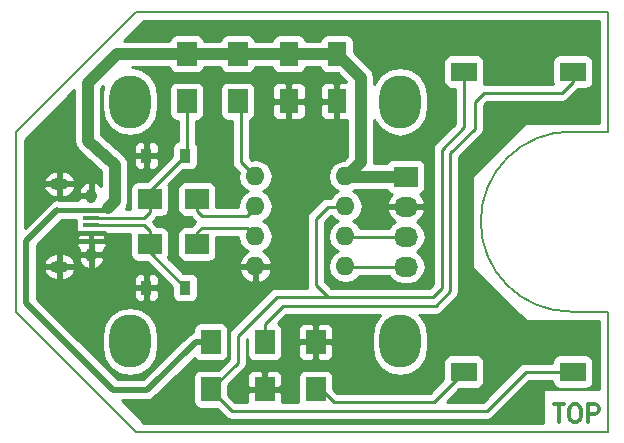
<source format=gbr>
G04 #@! TF.FileFunction,Copper,L1,Top,Signal*
%FSLAX46Y46*%
G04 Gerber Fmt 4.6, Leading zero omitted, Abs format (unit mm)*
G04 Created by KiCad (PCBNEW 4.0.2-stable) date 2016-11-20 00:38:07*
%MOMM*%
G01*
G04 APERTURE LIST*
%ADD10C,0.100000*%
%ADD11C,0.150000*%
%ADD12C,0.300000*%
%ADD13O,3.500000X4.500000*%
%ADD14R,1.350000X0.400000*%
%ADD15O,0.950000X1.250000*%
%ADD16O,1.550000X1.000000*%
%ADD17O,1.600000X1.600000*%
%ADD18R,1.600000X2.000000*%
%ADD19R,0.910000X1.220000*%
%ADD20R,1.700000X2.000000*%
%ADD21R,2.000000X1.700000*%
%ADD22R,2.180000X1.600000*%
%ADD23R,2.032000X1.727200*%
%ADD24O,2.032000X1.727200*%
%ADD25C,0.600000*%
%ADD26C,0.400000*%
%ADD27C,1.000000*%
%ADD28C,0.440000*%
%ADD29C,0.500000*%
%ADD30C,0.250000*%
%ADD31C,0.254000*%
G04 APERTURE END LIST*
D10*
D11*
X185420000Y-125730000D02*
X188595000Y-125730000D01*
X188595000Y-110490000D02*
X185420000Y-110490000D01*
X185420000Y-110490000D02*
G75*
G03X177800000Y-118110000I0J-7620000D01*
G01*
X138430000Y-125730000D02*
X138430000Y-124460000D01*
X148590000Y-135890000D02*
X138430000Y-125730000D01*
X149860000Y-135890000D02*
X148590000Y-135890000D01*
X149860000Y-135890000D02*
X188595000Y-135890000D01*
X148590000Y-100330000D02*
X188595000Y-100330000D01*
X138430000Y-110490000D02*
X148590000Y-100330000D01*
X177800000Y-118110000D02*
G75*
G03X185420000Y-125730000I7620000J0D01*
G01*
X138430000Y-124460000D02*
X138430000Y-113030000D01*
X188595000Y-125730000D02*
X188595000Y-135890000D01*
X188595000Y-100330000D02*
X188595000Y-110490000D01*
X138430000Y-113030000D02*
X138430000Y-110490000D01*
D12*
X183989114Y-133595371D02*
X184846257Y-133595371D01*
X184417686Y-135095371D02*
X184417686Y-133595371D01*
X185631971Y-133595371D02*
X185917685Y-133595371D01*
X186060543Y-133666800D01*
X186203400Y-133809657D01*
X186274828Y-134095371D01*
X186274828Y-134595371D01*
X186203400Y-134881086D01*
X186060543Y-135023943D01*
X185917685Y-135095371D01*
X185631971Y-135095371D01*
X185489114Y-135023943D01*
X185346257Y-134881086D01*
X185274828Y-134595371D01*
X185274828Y-134095371D01*
X185346257Y-133809657D01*
X185489114Y-133666800D01*
X185631971Y-133595371D01*
X186917686Y-135095371D02*
X186917686Y-133595371D01*
X187489114Y-133595371D01*
X187631972Y-133666800D01*
X187703400Y-133738229D01*
X187774829Y-133881086D01*
X187774829Y-134095371D01*
X187703400Y-134238229D01*
X187631972Y-134309657D01*
X187489114Y-134381086D01*
X186917686Y-134381086D01*
D13*
X148082000Y-128244600D03*
X148082000Y-107950000D03*
X170942000Y-128244600D03*
X170942000Y-107975400D03*
D14*
X144818540Y-117126600D03*
X144818540Y-117776600D03*
X144818540Y-118426600D03*
X144818540Y-119076600D03*
X144818540Y-119726600D03*
D15*
X144818540Y-115926600D03*
X144818540Y-120926600D03*
D16*
X142118540Y-114926600D03*
X142118540Y-121926600D03*
D17*
X158724600Y-114274600D03*
X158724600Y-116814600D03*
X158724600Y-119354600D03*
X158724600Y-121894600D03*
X166344600Y-121894600D03*
X166344600Y-119354600D03*
X166344600Y-116814600D03*
X166344600Y-114274600D03*
D18*
X161544000Y-103918000D03*
X161544000Y-107918000D03*
X165608000Y-103918000D03*
X165608000Y-107918000D03*
D19*
X152765000Y-112522000D03*
X149495000Y-112522000D03*
X152765000Y-123698000D03*
X149495000Y-123698000D03*
D20*
X152908000Y-103918000D03*
X152908000Y-107918000D03*
D21*
X153765000Y-116205000D03*
X149765000Y-116205000D03*
X153765000Y-120015000D03*
X149765000Y-120015000D03*
D20*
X157226000Y-103918000D03*
X157226000Y-107918000D03*
X154940000Y-128302000D03*
X154940000Y-132302000D03*
X159512000Y-128302000D03*
X159512000Y-132302000D03*
X163830000Y-132302000D03*
X163830000Y-128302000D03*
D22*
X185577430Y-105412320D03*
X176372570Y-105407680D03*
X176372570Y-130807680D03*
X185577430Y-130812320D03*
D23*
X171450000Y-114300000D03*
D24*
X171450000Y-116840000D03*
X171450000Y-119380000D03*
X171450000Y-121920000D03*
D25*
X161798000Y-130302000D03*
X150622000Y-110490000D03*
D26*
X144818540Y-117126600D02*
X144061600Y-117126600D01*
X144818540Y-117126600D02*
X146068200Y-117126600D01*
X146068200Y-117126600D02*
X146253200Y-116941600D01*
D27*
X146812000Y-116382800D02*
X146253200Y-116941600D01*
X146812000Y-115608140D02*
X146812000Y-116382800D01*
D28*
X141953400Y-117126600D02*
X144061600Y-117126600D01*
D29*
X149529800Y-132359400D02*
X153670000Y-128320800D01*
X153670000Y-128320800D02*
X154940000Y-128302000D01*
X146685000Y-132359400D02*
X149529800Y-132359400D01*
D27*
X171450000Y-114300000D02*
X166370000Y-114300000D01*
D29*
X141953400Y-117126600D02*
X139319000Y-119761000D01*
X139319000Y-119761000D02*
X139319000Y-124993400D01*
X139319000Y-124993400D02*
X146685000Y-132359400D01*
X154940000Y-128452000D02*
X154940000Y-128302000D01*
D27*
X146964400Y-103886000D02*
X146996400Y-103918000D01*
X146996400Y-103918000D02*
X152908000Y-103918000D01*
X144526000Y-106349800D02*
X146964400Y-103886000D01*
X144526000Y-111252000D02*
X144526000Y-106349800D01*
X161544000Y-103918000D02*
X165608000Y-103918000D01*
X157226000Y-103918000D02*
X161544000Y-103918000D01*
X152908000Y-103918000D02*
X157226000Y-103918000D01*
X146812000Y-115608140D02*
X146812000Y-113284000D01*
X146812000Y-113284000D02*
X144526000Y-111252000D01*
X152908000Y-104068000D02*
X152908000Y-103918000D01*
D30*
X154940000Y-128302000D02*
X154400000Y-128302000D01*
D27*
X167640000Y-105918000D02*
X167640000Y-113030000D01*
X167640000Y-113030000D02*
X166370000Y-114300000D01*
X165640000Y-103918000D02*
X167640000Y-105918000D01*
X165608000Y-103918000D02*
X165640000Y-103918000D01*
X161544000Y-104140000D02*
X161576000Y-104140000D01*
D26*
X144818540Y-119076600D02*
X144818540Y-119726600D01*
X146050000Y-119233060D02*
X146050000Y-119570140D01*
X146050000Y-119570140D02*
X145893540Y-119726600D01*
X145893540Y-119726600D02*
X144818540Y-119726600D01*
X144818540Y-119076600D02*
X145893540Y-119076600D01*
X145893540Y-119076600D02*
X146050000Y-119233060D01*
X143510000Y-119634000D02*
X143602600Y-119726600D01*
X143602600Y-119726600D02*
X144818540Y-119726600D01*
X143510000Y-119310140D02*
X143510000Y-119634000D01*
X144818540Y-119076600D02*
X143743540Y-119076600D01*
X143743540Y-119076600D02*
X143510000Y-119310140D01*
D30*
X161544000Y-131370000D02*
X161544000Y-130556000D01*
X161544000Y-130556000D02*
X161798000Y-130302000D01*
X159512000Y-132302000D02*
X160612000Y-132302000D01*
X160612000Y-132302000D02*
X161544000Y-131370000D01*
X149495000Y-112522000D02*
X149495000Y-111617000D01*
X149495000Y-111617000D02*
X150622000Y-110490000D01*
X149765000Y-117305000D02*
X149765000Y-116205000D01*
X149293400Y-117776600D02*
X149765000Y-117305000D01*
X144818540Y-117776600D02*
X149293400Y-117776600D01*
X149765000Y-116205000D02*
X149765000Y-115522000D01*
X149765000Y-115522000D02*
X152765000Y-112522000D01*
X152765000Y-112522000D02*
X152908000Y-112379000D01*
X152908000Y-112379000D02*
X152908000Y-107918000D01*
X149765000Y-116205000D02*
X149765000Y-116030000D01*
X153400000Y-108410000D02*
X152908000Y-107918000D01*
X150130000Y-115840000D02*
X149765000Y-116205000D01*
X150130000Y-115840000D02*
X149765000Y-116205000D01*
X149271991Y-118421991D02*
X149765000Y-118915000D01*
X145748149Y-118421991D02*
X149271991Y-118421991D01*
X145743540Y-118426600D02*
X145748149Y-118421991D01*
X149765000Y-118915000D02*
X149765000Y-120015000D01*
X144818540Y-118426600D02*
X145743540Y-118426600D01*
X149765000Y-120015000D02*
X149765000Y-120698000D01*
X149765000Y-120698000D02*
X152765000Y-123698000D01*
X149765000Y-120015000D02*
X149765000Y-120190000D01*
X150130000Y-120380000D02*
X149765000Y-120015000D01*
X157480000Y-107410000D02*
X157480000Y-113030000D01*
X157480000Y-113030000D02*
X158750000Y-114300000D01*
X153765000Y-116205000D02*
X153765000Y-117189000D01*
X157988000Y-117602000D02*
X158750000Y-116840000D01*
X154178000Y-117602000D02*
X157988000Y-117602000D01*
X153765000Y-117189000D02*
X154178000Y-117602000D01*
X153765000Y-120015000D02*
X153765000Y-119031000D01*
X157988000Y-118618000D02*
X158750000Y-119380000D01*
X154178000Y-118618000D02*
X157988000Y-118618000D01*
X153765000Y-119031000D02*
X154178000Y-118618000D01*
X166370000Y-121920000D02*
X171450000Y-121920000D01*
X166370000Y-119380000D02*
X171450000Y-119380000D01*
X154940000Y-132302000D02*
X154972000Y-132302000D01*
X154972000Y-132302000D02*
X157226000Y-130048000D01*
X160528000Y-124460000D02*
X164846000Y-124460000D01*
X157226000Y-127762000D02*
X160528000Y-124460000D01*
X157226000Y-130048000D02*
X157226000Y-127762000D01*
X154940000Y-132302000D02*
X154940000Y-132334000D01*
X154940000Y-132334000D02*
X156718000Y-134112000D01*
X156718000Y-134112000D02*
X178308000Y-134112000D01*
X178308000Y-134112000D02*
X181607680Y-130812320D01*
X181607680Y-130812320D02*
X185577430Y-130812320D01*
X155162000Y-132810000D02*
X154940000Y-132810000D01*
X155067000Y-132810000D02*
X155067000Y-132715000D01*
X166370000Y-116840000D02*
X164846000Y-116840000D01*
X176372570Y-110139430D02*
X176372570Y-105407680D01*
X174498000Y-112014000D02*
X176372570Y-110139430D01*
X174498000Y-123698000D02*
X174498000Y-112014000D01*
X173736000Y-124460000D02*
X174498000Y-123698000D01*
X164846000Y-124460000D02*
X173736000Y-124460000D01*
X163830000Y-123444000D02*
X164846000Y-124460000D01*
X163830000Y-117856000D02*
X163830000Y-123444000D01*
X164846000Y-116840000D02*
X163830000Y-117856000D01*
X159512000Y-128810000D02*
X159512000Y-126746000D01*
X185577430Y-106268570D02*
X185577430Y-105412320D01*
X184658000Y-107188000D02*
X185577430Y-106268570D01*
X178054000Y-107188000D02*
X184658000Y-107188000D01*
X177292000Y-107950000D02*
X178054000Y-107188000D01*
X177292000Y-110236000D02*
X177292000Y-107950000D01*
X175209200Y-112318800D02*
X177292000Y-110236000D01*
X175209200Y-124002800D02*
X175209200Y-112318800D01*
X173990000Y-125222000D02*
X175209200Y-124002800D01*
X161036000Y-125222000D02*
X173990000Y-125222000D01*
X159512000Y-126746000D02*
X161036000Y-125222000D01*
X185577430Y-106014570D02*
X185577430Y-105412320D01*
X163830000Y-132302000D02*
X164306000Y-132302000D01*
X164306000Y-132302000D02*
X165354000Y-133350000D01*
X165354000Y-133350000D02*
X173830250Y-133350000D01*
X173830250Y-133350000D02*
X176372570Y-130807680D01*
X176372570Y-130807680D02*
X175897320Y-130807680D01*
D31*
G36*
X187833000Y-109728000D02*
X181610000Y-109728000D01*
X181560590Y-109738006D01*
X181520197Y-109765197D01*
X177075197Y-114210197D01*
X177047334Y-114252211D01*
X177038000Y-114300000D01*
X177038000Y-121920000D01*
X177048006Y-121969410D01*
X177075197Y-122009803D01*
X181520197Y-126454803D01*
X181562211Y-126482666D01*
X181610000Y-126492000D01*
X187833000Y-126492000D01*
X187833000Y-132281800D01*
X183061257Y-132281800D01*
X183061257Y-135128000D01*
X149277606Y-135128000D01*
X147394006Y-133244400D01*
X149529800Y-133244400D01*
X149693836Y-133211771D01*
X149858292Y-133181177D01*
X149862985Y-133178125D01*
X149868475Y-133177033D01*
X150007590Y-133084080D01*
X150147768Y-132992914D01*
X153565299Y-129659249D01*
X153625910Y-129753441D01*
X153838110Y-129898431D01*
X154090000Y-129949440D01*
X155790000Y-129949440D01*
X156025317Y-129905162D01*
X156241441Y-129766090D01*
X156386431Y-129553890D01*
X156437440Y-129302000D01*
X156437440Y-127302000D01*
X156393162Y-127066683D01*
X156254090Y-126850559D01*
X156041890Y-126705569D01*
X155790000Y-126654560D01*
X154090000Y-126654560D01*
X153854683Y-126698838D01*
X153638559Y-126837910D01*
X153493569Y-127050110D01*
X153442560Y-127302000D01*
X153442560Y-127480224D01*
X153341508Y-127499023D01*
X153331239Y-127505701D01*
X153319260Y-127508269D01*
X153186840Y-127599613D01*
X153052032Y-127687286D01*
X149169645Y-131474400D01*
X147051579Y-131474400D01*
X143265260Y-127688080D01*
X145697000Y-127688080D01*
X145697000Y-128801120D01*
X145878547Y-129713820D01*
X146395550Y-130487570D01*
X147169300Y-131004573D01*
X148082000Y-131186120D01*
X148994700Y-131004573D01*
X149768450Y-130487570D01*
X150285453Y-129713820D01*
X150467000Y-128801120D01*
X150467000Y-127688080D01*
X150285453Y-126775380D01*
X149768450Y-126001630D01*
X148994700Y-125484627D01*
X148082000Y-125303080D01*
X147169300Y-125484627D01*
X146395550Y-126001630D01*
X145878547Y-126775380D01*
X145697000Y-127688080D01*
X143265260Y-127688080D01*
X140204000Y-124626820D01*
X140204000Y-123983750D01*
X148405000Y-123983750D01*
X148405000Y-124434310D01*
X148501673Y-124667699D01*
X148680302Y-124846327D01*
X148913691Y-124943000D01*
X149209250Y-124943000D01*
X149368000Y-124784250D01*
X149368000Y-123825000D01*
X149622000Y-123825000D01*
X149622000Y-124784250D01*
X149780750Y-124943000D01*
X150076309Y-124943000D01*
X150309698Y-124846327D01*
X150488327Y-124667699D01*
X150585000Y-124434310D01*
X150585000Y-123983750D01*
X150426250Y-123825000D01*
X149622000Y-123825000D01*
X149368000Y-123825000D01*
X148563750Y-123825000D01*
X148405000Y-123983750D01*
X140204000Y-123983750D01*
X140204000Y-122228474D01*
X140749421Y-122228474D01*
X140951172Y-122639363D01*
X141291862Y-122926602D01*
X141716540Y-123061600D01*
X141991540Y-123061600D01*
X141991540Y-122053600D01*
X142245540Y-122053600D01*
X142245540Y-123061600D01*
X142520540Y-123061600D01*
X142834837Y-122961690D01*
X148405000Y-122961690D01*
X148405000Y-123412250D01*
X148563750Y-123571000D01*
X149368000Y-123571000D01*
X149368000Y-122611750D01*
X149622000Y-122611750D01*
X149622000Y-123571000D01*
X150426250Y-123571000D01*
X150585000Y-123412250D01*
X150585000Y-122961690D01*
X150488327Y-122728301D01*
X150309698Y-122549673D01*
X150076309Y-122453000D01*
X149780750Y-122453000D01*
X149622000Y-122611750D01*
X149368000Y-122611750D01*
X149209250Y-122453000D01*
X148913691Y-122453000D01*
X148680302Y-122549673D01*
X148501673Y-122728301D01*
X148405000Y-122961690D01*
X142834837Y-122961690D01*
X142945218Y-122926602D01*
X143285908Y-122639363D01*
X143487659Y-122228474D01*
X143361494Y-122053600D01*
X142245540Y-122053600D01*
X141991540Y-122053600D01*
X140875586Y-122053600D01*
X140749421Y-122228474D01*
X140204000Y-122228474D01*
X140204000Y-121624726D01*
X140749421Y-121624726D01*
X140875586Y-121799600D01*
X141991540Y-121799600D01*
X141991540Y-120791600D01*
X142245540Y-120791600D01*
X142245540Y-121799600D01*
X143361494Y-121799600D01*
X143487659Y-121624726D01*
X143292731Y-121227731D01*
X143717311Y-121227731D01*
X143858972Y-121637649D01*
X144146719Y-121962152D01*
X144520602Y-122145868D01*
X144691540Y-122019334D01*
X144691540Y-121053600D01*
X144945540Y-121053600D01*
X144945540Y-122019334D01*
X145116478Y-122145868D01*
X145490361Y-121962152D01*
X145778108Y-121637649D01*
X145919769Y-121227731D01*
X145771103Y-121053600D01*
X144945540Y-121053600D01*
X144691540Y-121053600D01*
X143865977Y-121053600D01*
X143717311Y-121227731D01*
X143292731Y-121227731D01*
X143285908Y-121213837D01*
X142945218Y-120926598D01*
X142520540Y-120791600D01*
X142245540Y-120791600D01*
X141991540Y-120791600D01*
X141716540Y-120791600D01*
X141291862Y-120926598D01*
X140951172Y-121213837D01*
X140749421Y-121624726D01*
X140204000Y-121624726D01*
X140204000Y-120127580D01*
X142349979Y-117981600D01*
X143497041Y-117981600D01*
X143520484Y-118106189D01*
X143496100Y-118226600D01*
X143496100Y-118626600D01*
X143515990Y-118732305D01*
X143508540Y-118750290D01*
X143508540Y-118817850D01*
X143537544Y-118846854D01*
X143540378Y-118861917D01*
X143679450Y-119078041D01*
X143688138Y-119083977D01*
X143605213Y-119166901D01*
X143554460Y-119289430D01*
X143508540Y-119335350D01*
X143508540Y-119467850D01*
X143554460Y-119513770D01*
X143605213Y-119636299D01*
X143783842Y-119814927D01*
X143812023Y-119826600D01*
X143667290Y-119826600D01*
X143508540Y-119985350D01*
X143508540Y-120052910D01*
X143605213Y-120286299D01*
X143775630Y-120456715D01*
X143717311Y-120625469D01*
X143865977Y-120799600D01*
X144691540Y-120799600D01*
X144691540Y-119826600D01*
X144681724Y-119826600D01*
X144644985Y-119799405D01*
X144691540Y-119752850D01*
X144691540Y-119579600D01*
X144945540Y-119579600D01*
X144945540Y-119752850D01*
X144992095Y-119799405D01*
X144955356Y-119826600D01*
X144945540Y-119826600D01*
X144945540Y-120799600D01*
X145771103Y-120799600D01*
X145919769Y-120625469D01*
X145861450Y-120456715D01*
X146031867Y-120286299D01*
X146128540Y-120052910D01*
X146128540Y-119985350D01*
X145969790Y-119826600D01*
X145825057Y-119826600D01*
X145853238Y-119814927D01*
X146031867Y-119636299D01*
X146082620Y-119513770D01*
X146128540Y-119467850D01*
X146128540Y-119335350D01*
X146082620Y-119289430D01*
X146047069Y-119203602D01*
X146128540Y-119203602D01*
X146128540Y-119181991D01*
X148117560Y-119181991D01*
X148117560Y-120865000D01*
X148161838Y-121100317D01*
X148300910Y-121316441D01*
X148513110Y-121461431D01*
X148765000Y-121512440D01*
X149504638Y-121512440D01*
X151662560Y-123670362D01*
X151662560Y-124308000D01*
X151706838Y-124543317D01*
X151845910Y-124759441D01*
X152058110Y-124904431D01*
X152310000Y-124955440D01*
X153220000Y-124955440D01*
X153455317Y-124911162D01*
X153671441Y-124772090D01*
X153816431Y-124559890D01*
X153867440Y-124308000D01*
X153867440Y-123088000D01*
X153823162Y-122852683D01*
X153684090Y-122636559D01*
X153471890Y-122491569D01*
X153220000Y-122440560D01*
X152582362Y-122440560D01*
X152385441Y-122243639D01*
X157332696Y-122243639D01*
X157493559Y-122632023D01*
X157869466Y-123046989D01*
X158375559Y-123286514D01*
X158597600Y-123165229D01*
X158597600Y-122021600D01*
X158851600Y-122021600D01*
X158851600Y-123165229D01*
X159073641Y-123286514D01*
X159579734Y-123046989D01*
X159955641Y-122632023D01*
X160116504Y-122243639D01*
X159994515Y-122021600D01*
X158851600Y-122021600D01*
X158597600Y-122021600D01*
X157454685Y-122021600D01*
X157332696Y-122243639D01*
X152385441Y-122243639D01*
X151319727Y-121177925D01*
X151361431Y-121116890D01*
X151412440Y-120865000D01*
X151412440Y-119165000D01*
X151368162Y-118929683D01*
X151229090Y-118713559D01*
X151016890Y-118568569D01*
X150765000Y-118517560D01*
X150395920Y-118517560D01*
X150302401Y-118377599D01*
X150034802Y-118110000D01*
X150302401Y-117842401D01*
X150395920Y-117702440D01*
X150765000Y-117702440D01*
X151000317Y-117658162D01*
X151216441Y-117519090D01*
X151361431Y-117306890D01*
X151412440Y-117055000D01*
X151412440Y-115355000D01*
X152117560Y-115355000D01*
X152117560Y-117055000D01*
X152161838Y-117290317D01*
X152300910Y-117506441D01*
X152513110Y-117651431D01*
X152765000Y-117702440D01*
X153211589Y-117702440D01*
X153227599Y-117726401D01*
X153611198Y-118110000D01*
X153227599Y-118493599D01*
X153211589Y-118517560D01*
X152765000Y-118517560D01*
X152529683Y-118561838D01*
X152313559Y-118700910D01*
X152168569Y-118913110D01*
X152117560Y-119165000D01*
X152117560Y-120865000D01*
X152161838Y-121100317D01*
X152300910Y-121316441D01*
X152513110Y-121461431D01*
X152765000Y-121512440D01*
X154765000Y-121512440D01*
X155000317Y-121468162D01*
X155216441Y-121329090D01*
X155361431Y-121116890D01*
X155412440Y-120865000D01*
X155412440Y-119378000D01*
X157266142Y-119378000D01*
X157370720Y-119903751D01*
X157681789Y-120369298D01*
X158086303Y-120639586D01*
X157869466Y-120742211D01*
X157493559Y-121157177D01*
X157332696Y-121545561D01*
X157454685Y-121767600D01*
X158597600Y-121767600D01*
X158597600Y-121747600D01*
X158851600Y-121747600D01*
X158851600Y-121767600D01*
X159994515Y-121767600D01*
X160116504Y-121545561D01*
X159955641Y-121157177D01*
X159579734Y-120742211D01*
X159362897Y-120639586D01*
X159767411Y-120369298D01*
X160078480Y-119903751D01*
X160187713Y-119354600D01*
X160078480Y-118805449D01*
X159767411Y-118339902D01*
X159385325Y-118084600D01*
X159767411Y-117829298D01*
X160078480Y-117363751D01*
X160187713Y-116814600D01*
X160078480Y-116265449D01*
X159767411Y-115799902D01*
X159385325Y-115544600D01*
X159767411Y-115289298D01*
X160078480Y-114823751D01*
X160187713Y-114274600D01*
X160078480Y-113725449D01*
X159767411Y-113259902D01*
X159301864Y-112948833D01*
X158752713Y-112839600D01*
X158696487Y-112839600D01*
X158419498Y-112894696D01*
X158240000Y-112715198D01*
X158240000Y-109534581D01*
X158311317Y-109521162D01*
X158527441Y-109382090D01*
X158672431Y-109169890D01*
X158723440Y-108918000D01*
X158723440Y-108203750D01*
X160109000Y-108203750D01*
X160109000Y-109044309D01*
X160205673Y-109277698D01*
X160384301Y-109456327D01*
X160617690Y-109553000D01*
X161258250Y-109553000D01*
X161417000Y-109394250D01*
X161417000Y-108045000D01*
X161671000Y-108045000D01*
X161671000Y-109394250D01*
X161829750Y-109553000D01*
X162470310Y-109553000D01*
X162703699Y-109456327D01*
X162882327Y-109277698D01*
X162979000Y-109044309D01*
X162979000Y-108203750D01*
X164173000Y-108203750D01*
X164173000Y-109044309D01*
X164269673Y-109277698D01*
X164448301Y-109456327D01*
X164681690Y-109553000D01*
X165322250Y-109553000D01*
X165481000Y-109394250D01*
X165481000Y-108045000D01*
X164331750Y-108045000D01*
X164173000Y-108203750D01*
X162979000Y-108203750D01*
X162820250Y-108045000D01*
X161671000Y-108045000D01*
X161417000Y-108045000D01*
X160267750Y-108045000D01*
X160109000Y-108203750D01*
X158723440Y-108203750D01*
X158723440Y-106918000D01*
X158699674Y-106791691D01*
X160109000Y-106791691D01*
X160109000Y-107632250D01*
X160267750Y-107791000D01*
X161417000Y-107791000D01*
X161417000Y-106441750D01*
X161671000Y-106441750D01*
X161671000Y-107791000D01*
X162820250Y-107791000D01*
X162979000Y-107632250D01*
X162979000Y-106791691D01*
X164173000Y-106791691D01*
X164173000Y-107632250D01*
X164331750Y-107791000D01*
X165481000Y-107791000D01*
X165481000Y-106441750D01*
X165322250Y-106283000D01*
X164681690Y-106283000D01*
X164448301Y-106379673D01*
X164269673Y-106558302D01*
X164173000Y-106791691D01*
X162979000Y-106791691D01*
X162882327Y-106558302D01*
X162703699Y-106379673D01*
X162470310Y-106283000D01*
X161829750Y-106283000D01*
X161671000Y-106441750D01*
X161417000Y-106441750D01*
X161258250Y-106283000D01*
X160617690Y-106283000D01*
X160384301Y-106379673D01*
X160205673Y-106558302D01*
X160109000Y-106791691D01*
X158699674Y-106791691D01*
X158679162Y-106682683D01*
X158540090Y-106466559D01*
X158327890Y-106321569D01*
X158076000Y-106270560D01*
X156376000Y-106270560D01*
X156140683Y-106314838D01*
X155924559Y-106453910D01*
X155779569Y-106666110D01*
X155728560Y-106918000D01*
X155728560Y-108918000D01*
X155772838Y-109153317D01*
X155911910Y-109369441D01*
X156124110Y-109514431D01*
X156376000Y-109565440D01*
X156720000Y-109565440D01*
X156720000Y-113030000D01*
X156777852Y-113320839D01*
X156942599Y-113567401D01*
X157325912Y-113950714D01*
X157261487Y-114274600D01*
X157370720Y-114823751D01*
X157681789Y-115289298D01*
X158063875Y-115544600D01*
X157681789Y-115799902D01*
X157370720Y-116265449D01*
X157261487Y-116814600D01*
X157266937Y-116842000D01*
X155412440Y-116842000D01*
X155412440Y-115355000D01*
X155368162Y-115119683D01*
X155229090Y-114903559D01*
X155016890Y-114758569D01*
X154765000Y-114707560D01*
X152765000Y-114707560D01*
X152529683Y-114751838D01*
X152313559Y-114890910D01*
X152168569Y-115103110D01*
X152117560Y-115355000D01*
X151412440Y-115355000D01*
X151368162Y-115119683D01*
X151318812Y-115042990D01*
X152582362Y-113779440D01*
X153220000Y-113779440D01*
X153455317Y-113735162D01*
X153671441Y-113596090D01*
X153816431Y-113383890D01*
X153867440Y-113132000D01*
X153867440Y-111912000D01*
X153823162Y-111676683D01*
X153684090Y-111460559D01*
X153668000Y-111449565D01*
X153668000Y-109565440D01*
X153758000Y-109565440D01*
X153993317Y-109521162D01*
X154209441Y-109382090D01*
X154354431Y-109169890D01*
X154405440Y-108918000D01*
X154405440Y-106918000D01*
X154361162Y-106682683D01*
X154222090Y-106466559D01*
X154009890Y-106321569D01*
X153758000Y-106270560D01*
X152058000Y-106270560D01*
X151822683Y-106314838D01*
X151606559Y-106453910D01*
X151461569Y-106666110D01*
X151410560Y-106918000D01*
X151410560Y-108918000D01*
X151454838Y-109153317D01*
X151593910Y-109369441D01*
X151806110Y-109514431D01*
X152058000Y-109565440D01*
X152148000Y-109565440D01*
X152148000Y-111295042D01*
X152074683Y-111308838D01*
X151858559Y-111447910D01*
X151713569Y-111660110D01*
X151662560Y-111912000D01*
X151662560Y-112549638D01*
X149504638Y-114707560D01*
X148765000Y-114707560D01*
X148529683Y-114751838D01*
X148313559Y-114890910D01*
X148168569Y-115103110D01*
X148117560Y-115355000D01*
X148117560Y-117016600D01*
X147727333Y-117016600D01*
X147860604Y-116817145D01*
X147947000Y-116382800D01*
X147947000Y-113284000D01*
X147940404Y-113250839D01*
X147945041Y-113217351D01*
X147897420Y-113034747D01*
X147860603Y-112849654D01*
X147841820Y-112821543D01*
X147838223Y-112807750D01*
X148405000Y-112807750D01*
X148405000Y-113258310D01*
X148501673Y-113491699D01*
X148680302Y-113670327D01*
X148913691Y-113767000D01*
X149209250Y-113767000D01*
X149368000Y-113608250D01*
X149368000Y-112649000D01*
X149622000Y-112649000D01*
X149622000Y-113608250D01*
X149780750Y-113767000D01*
X150076309Y-113767000D01*
X150309698Y-113670327D01*
X150488327Y-113491699D01*
X150585000Y-113258310D01*
X150585000Y-112807750D01*
X150426250Y-112649000D01*
X149622000Y-112649000D01*
X149368000Y-112649000D01*
X148563750Y-112649000D01*
X148405000Y-112807750D01*
X147838223Y-112807750D01*
X147833288Y-112788828D01*
X147719409Y-112638342D01*
X147614566Y-112481434D01*
X147586456Y-112462651D01*
X147566053Y-112435690D01*
X146834803Y-111785690D01*
X148405000Y-111785690D01*
X148405000Y-112236250D01*
X148563750Y-112395000D01*
X149368000Y-112395000D01*
X149368000Y-111435750D01*
X149622000Y-111435750D01*
X149622000Y-112395000D01*
X150426250Y-112395000D01*
X150585000Y-112236250D01*
X150585000Y-111785690D01*
X150488327Y-111552301D01*
X150309698Y-111373673D01*
X150076309Y-111277000D01*
X149780750Y-111277000D01*
X149622000Y-111435750D01*
X149368000Y-111435750D01*
X149209250Y-111277000D01*
X148913691Y-111277000D01*
X148680302Y-111373673D01*
X148501673Y-111552301D01*
X148405000Y-111785690D01*
X146834803Y-111785690D01*
X145661000Y-110742310D01*
X145661000Y-106816491D01*
X145849695Y-106625831D01*
X145697000Y-107393480D01*
X145697000Y-108506520D01*
X145878547Y-109419220D01*
X146395550Y-110192970D01*
X147169300Y-110709973D01*
X148082000Y-110891520D01*
X148994700Y-110709973D01*
X149768450Y-110192970D01*
X150285453Y-109419220D01*
X150467000Y-108506520D01*
X150467000Y-107393480D01*
X150285453Y-106480780D01*
X149768450Y-105707030D01*
X148994700Y-105190027D01*
X148305818Y-105053000D01*
X151435962Y-105053000D01*
X151454838Y-105153317D01*
X151593910Y-105369441D01*
X151806110Y-105514431D01*
X152058000Y-105565440D01*
X153758000Y-105565440D01*
X153993317Y-105521162D01*
X154209441Y-105382090D01*
X154354431Y-105169890D01*
X154378102Y-105053000D01*
X155753962Y-105053000D01*
X155772838Y-105153317D01*
X155911910Y-105369441D01*
X156124110Y-105514431D01*
X156376000Y-105565440D01*
X158076000Y-105565440D01*
X158311317Y-105521162D01*
X158527441Y-105382090D01*
X158672431Y-105169890D01*
X158696102Y-105053000D01*
X160121962Y-105053000D01*
X160140838Y-105153317D01*
X160279910Y-105369441D01*
X160492110Y-105514431D01*
X160744000Y-105565440D01*
X162344000Y-105565440D01*
X162579317Y-105521162D01*
X162795441Y-105382090D01*
X162940431Y-105169890D01*
X162964102Y-105053000D01*
X164185962Y-105053000D01*
X164204838Y-105153317D01*
X164343910Y-105369441D01*
X164556110Y-105514431D01*
X164808000Y-105565440D01*
X165682308Y-105565440D01*
X166399868Y-106283000D01*
X165893750Y-106283000D01*
X165735000Y-106441750D01*
X165735000Y-107791000D01*
X165755000Y-107791000D01*
X165755000Y-108045000D01*
X165735000Y-108045000D01*
X165735000Y-109394250D01*
X165893750Y-109553000D01*
X166505000Y-109553000D01*
X166505000Y-112559868D01*
X166202618Y-112862250D01*
X165767336Y-112948833D01*
X165301789Y-113259902D01*
X164990720Y-113725449D01*
X164881487Y-114274600D01*
X164990720Y-114823751D01*
X165301789Y-115289298D01*
X165683875Y-115544600D01*
X165301789Y-115799902D01*
X165114633Y-116080000D01*
X164846000Y-116080000D01*
X164555161Y-116137852D01*
X164308599Y-116302599D01*
X163292599Y-117318599D01*
X163127852Y-117565161D01*
X163070000Y-117856000D01*
X163070000Y-123444000D01*
X163120922Y-123700000D01*
X160528000Y-123700000D01*
X160237160Y-123757852D01*
X159990599Y-123922599D01*
X156688599Y-127224599D01*
X156523852Y-127471161D01*
X156466000Y-127762000D01*
X156466000Y-129733198D01*
X155544638Y-130654560D01*
X154090000Y-130654560D01*
X153854683Y-130698838D01*
X153638559Y-130837910D01*
X153493569Y-131050110D01*
X153442560Y-131302000D01*
X153442560Y-133302000D01*
X153486838Y-133537317D01*
X153625910Y-133753441D01*
X153838110Y-133898431D01*
X154090000Y-133949440D01*
X155480638Y-133949440D01*
X156180599Y-134649401D01*
X156427161Y-134814148D01*
X156718000Y-134872000D01*
X178308000Y-134872000D01*
X178598839Y-134814148D01*
X178845401Y-134649401D01*
X181922482Y-131572320D01*
X183839990Y-131572320D01*
X183839990Y-131612320D01*
X183884268Y-131847637D01*
X184023340Y-132063761D01*
X184235540Y-132208751D01*
X184487430Y-132259760D01*
X186667430Y-132259760D01*
X186902747Y-132215482D01*
X187118871Y-132076410D01*
X187263861Y-131864210D01*
X187314870Y-131612320D01*
X187314870Y-130012320D01*
X187270592Y-129777003D01*
X187131520Y-129560879D01*
X186919320Y-129415889D01*
X186667430Y-129364880D01*
X184487430Y-129364880D01*
X184252113Y-129409158D01*
X184035989Y-129548230D01*
X183890999Y-129760430D01*
X183839990Y-130012320D01*
X183839990Y-130052320D01*
X181607680Y-130052320D01*
X181316840Y-130110172D01*
X181070279Y-130274919D01*
X177993198Y-133352000D01*
X174903052Y-133352000D01*
X175999932Y-132255120D01*
X177462570Y-132255120D01*
X177697887Y-132210842D01*
X177914011Y-132071770D01*
X178059001Y-131859570D01*
X178110010Y-131607680D01*
X178110010Y-130007680D01*
X178065732Y-129772363D01*
X177926660Y-129556239D01*
X177714460Y-129411249D01*
X177462570Y-129360240D01*
X175282570Y-129360240D01*
X175047253Y-129404518D01*
X174831129Y-129543590D01*
X174686139Y-129755790D01*
X174635130Y-130007680D01*
X174635130Y-131470318D01*
X173515448Y-132590000D01*
X165668802Y-132590000D01*
X165327440Y-132248638D01*
X165327440Y-131302000D01*
X165283162Y-131066683D01*
X165144090Y-130850559D01*
X164931890Y-130705569D01*
X164680000Y-130654560D01*
X162980000Y-130654560D01*
X162744683Y-130698838D01*
X162528559Y-130837910D01*
X162383569Y-131050110D01*
X162332560Y-131302000D01*
X162332560Y-133302000D01*
X162341968Y-133352000D01*
X160997000Y-133352000D01*
X160997000Y-132587750D01*
X160838250Y-132429000D01*
X159639000Y-132429000D01*
X159639000Y-132449000D01*
X159385000Y-132449000D01*
X159385000Y-132429000D01*
X158185750Y-132429000D01*
X158027000Y-132587750D01*
X158027000Y-133352000D01*
X157032802Y-133352000D01*
X156437440Y-132756638D01*
X156437440Y-131911362D01*
X157173111Y-131175691D01*
X158027000Y-131175691D01*
X158027000Y-132016250D01*
X158185750Y-132175000D01*
X159385000Y-132175000D01*
X159385000Y-130825750D01*
X159639000Y-130825750D01*
X159639000Y-132175000D01*
X160838250Y-132175000D01*
X160997000Y-132016250D01*
X160997000Y-131175691D01*
X160900327Y-130942302D01*
X160721699Y-130763673D01*
X160488310Y-130667000D01*
X159797750Y-130667000D01*
X159639000Y-130825750D01*
X159385000Y-130825750D01*
X159226250Y-130667000D01*
X158535690Y-130667000D01*
X158302301Y-130763673D01*
X158123673Y-130942302D01*
X158027000Y-131175691D01*
X157173111Y-131175691D01*
X157763401Y-130585401D01*
X157928148Y-130338840D01*
X157986000Y-130048000D01*
X157986000Y-128076802D01*
X158014560Y-128048242D01*
X158014560Y-129302000D01*
X158058838Y-129537317D01*
X158197910Y-129753441D01*
X158410110Y-129898431D01*
X158662000Y-129949440D01*
X160362000Y-129949440D01*
X160597317Y-129905162D01*
X160813441Y-129766090D01*
X160958431Y-129553890D01*
X161009440Y-129302000D01*
X161009440Y-128587750D01*
X162345000Y-128587750D01*
X162345000Y-129428309D01*
X162441673Y-129661698D01*
X162620301Y-129840327D01*
X162853690Y-129937000D01*
X163544250Y-129937000D01*
X163703000Y-129778250D01*
X163703000Y-128429000D01*
X163957000Y-128429000D01*
X163957000Y-129778250D01*
X164115750Y-129937000D01*
X164806310Y-129937000D01*
X165039699Y-129840327D01*
X165218327Y-129661698D01*
X165315000Y-129428309D01*
X165315000Y-128587750D01*
X165156250Y-128429000D01*
X163957000Y-128429000D01*
X163703000Y-128429000D01*
X162503750Y-128429000D01*
X162345000Y-128587750D01*
X161009440Y-128587750D01*
X161009440Y-127302000D01*
X160985674Y-127175691D01*
X162345000Y-127175691D01*
X162345000Y-128016250D01*
X162503750Y-128175000D01*
X163703000Y-128175000D01*
X163703000Y-126825750D01*
X163957000Y-126825750D01*
X163957000Y-128175000D01*
X165156250Y-128175000D01*
X165315000Y-128016250D01*
X165315000Y-127175691D01*
X165218327Y-126942302D01*
X165039699Y-126763673D01*
X164806310Y-126667000D01*
X164115750Y-126667000D01*
X163957000Y-126825750D01*
X163703000Y-126825750D01*
X163544250Y-126667000D01*
X162853690Y-126667000D01*
X162620301Y-126763673D01*
X162441673Y-126942302D01*
X162345000Y-127175691D01*
X160985674Y-127175691D01*
X160965162Y-127066683D01*
X160826090Y-126850559D01*
X160621817Y-126710985D01*
X161350802Y-125982000D01*
X169284928Y-125982000D01*
X169255550Y-126001630D01*
X168738547Y-126775380D01*
X168557000Y-127688080D01*
X168557000Y-128801120D01*
X168738547Y-129713820D01*
X169255550Y-130487570D01*
X170029300Y-131004573D01*
X170942000Y-131186120D01*
X171854700Y-131004573D01*
X172628450Y-130487570D01*
X173145453Y-129713820D01*
X173327000Y-128801120D01*
X173327000Y-127688080D01*
X173145453Y-126775380D01*
X172628450Y-126001630D01*
X172599072Y-125982000D01*
X173990000Y-125982000D01*
X174280839Y-125924148D01*
X174527401Y-125759401D01*
X175746601Y-124540201D01*
X175911348Y-124293640D01*
X175969200Y-124002800D01*
X175969200Y-112633602D01*
X177829401Y-110773401D01*
X177994148Y-110526839D01*
X178052000Y-110236000D01*
X178052000Y-108264802D01*
X178368802Y-107948000D01*
X184658000Y-107948000D01*
X184948839Y-107890148D01*
X185195401Y-107725401D01*
X186061042Y-106859760D01*
X186667430Y-106859760D01*
X186902747Y-106815482D01*
X187118871Y-106676410D01*
X187263861Y-106464210D01*
X187314870Y-106212320D01*
X187314870Y-104612320D01*
X187270592Y-104377003D01*
X187131520Y-104160879D01*
X186919320Y-104015889D01*
X186667430Y-103964880D01*
X184487430Y-103964880D01*
X184252113Y-104009158D01*
X184035989Y-104148230D01*
X183890999Y-104360430D01*
X183839990Y-104612320D01*
X183839990Y-106212320D01*
X183880573Y-106428000D01*
X178065394Y-106428000D01*
X178110010Y-106207680D01*
X178110010Y-104607680D01*
X178065732Y-104372363D01*
X177926660Y-104156239D01*
X177714460Y-104011249D01*
X177462570Y-103960240D01*
X175282570Y-103960240D01*
X175047253Y-104004518D01*
X174831129Y-104143590D01*
X174686139Y-104355790D01*
X174635130Y-104607680D01*
X174635130Y-106207680D01*
X174679408Y-106442997D01*
X174818480Y-106659121D01*
X175030680Y-106804111D01*
X175282570Y-106855120D01*
X175612570Y-106855120D01*
X175612570Y-109824628D01*
X173960599Y-111476599D01*
X173795852Y-111723161D01*
X173738000Y-112014000D01*
X173738000Y-123383198D01*
X173421198Y-123700000D01*
X165160802Y-123700000D01*
X164590000Y-123129198D01*
X164590000Y-118170802D01*
X165153474Y-117607328D01*
X165301789Y-117829298D01*
X165683875Y-118084600D01*
X165301789Y-118339902D01*
X164990720Y-118805449D01*
X164881487Y-119354600D01*
X164990720Y-119903751D01*
X165301789Y-120369298D01*
X165683875Y-120624600D01*
X165301789Y-120879902D01*
X164990720Y-121345449D01*
X164881487Y-121894600D01*
X164990720Y-122443751D01*
X165301789Y-122909298D01*
X165767336Y-123220367D01*
X166316487Y-123329600D01*
X166372713Y-123329600D01*
X166921864Y-123220367D01*
X167387411Y-122909298D01*
X167540623Y-122680000D01*
X170005352Y-122680000D01*
X170205585Y-122979670D01*
X170691766Y-123304526D01*
X171265255Y-123418600D01*
X171634745Y-123418600D01*
X172208234Y-123304526D01*
X172694415Y-122979670D01*
X173019271Y-122493489D01*
X173133345Y-121920000D01*
X173019271Y-121346511D01*
X172694415Y-120860330D01*
X172379634Y-120650000D01*
X172694415Y-120439670D01*
X173019271Y-119953489D01*
X173133345Y-119380000D01*
X173019271Y-118806511D01*
X172694415Y-118320330D01*
X172384931Y-118113539D01*
X172800732Y-117742036D01*
X173054709Y-117214791D01*
X173057358Y-117199026D01*
X172936217Y-116967000D01*
X171577000Y-116967000D01*
X171577000Y-116987000D01*
X171323000Y-116987000D01*
X171323000Y-116967000D01*
X169963783Y-116967000D01*
X169842642Y-117199026D01*
X169845291Y-117214791D01*
X170099268Y-117742036D01*
X170515069Y-118113539D01*
X170205585Y-118320330D01*
X170005352Y-118620000D01*
X167574567Y-118620000D01*
X167387411Y-118339902D01*
X167005325Y-118084600D01*
X167387411Y-117829298D01*
X167698480Y-117363751D01*
X167807713Y-116814600D01*
X167698480Y-116265449D01*
X167387411Y-115799902D01*
X167005325Y-115544600D01*
X167169353Y-115435000D01*
X169854057Y-115435000D01*
X169969910Y-115615041D01*
X170182110Y-115760031D01*
X170276927Y-115779232D01*
X170099268Y-115937964D01*
X169845291Y-116465209D01*
X169842642Y-116480974D01*
X169963783Y-116713000D01*
X171323000Y-116713000D01*
X171323000Y-116693000D01*
X171577000Y-116693000D01*
X171577000Y-116713000D01*
X172936217Y-116713000D01*
X173057358Y-116480974D01*
X173054709Y-116465209D01*
X172800732Y-115937964D01*
X172625155Y-115781093D01*
X172701317Y-115766762D01*
X172917441Y-115627690D01*
X173062431Y-115415490D01*
X173113440Y-115163600D01*
X173113440Y-113436400D01*
X173069162Y-113201083D01*
X172930090Y-112984959D01*
X172717890Y-112839969D01*
X172466000Y-112788960D01*
X170434000Y-112788960D01*
X170198683Y-112833238D01*
X169982559Y-112972310D01*
X169850900Y-113165000D01*
X168748147Y-113165000D01*
X168775000Y-113030000D01*
X168775000Y-109499176D01*
X169255550Y-110218370D01*
X170029300Y-110735373D01*
X170942000Y-110916920D01*
X171854700Y-110735373D01*
X172628450Y-110218370D01*
X173145453Y-109444620D01*
X173327000Y-108531920D01*
X173327000Y-107418880D01*
X173145453Y-106506180D01*
X172628450Y-105732430D01*
X171854700Y-105215427D01*
X170942000Y-105033880D01*
X170029300Y-105215427D01*
X169255550Y-105732430D01*
X168775000Y-106451624D01*
X168775000Y-105918000D01*
X168688603Y-105483654D01*
X168442566Y-105115434D01*
X167055440Y-103728308D01*
X167055440Y-102918000D01*
X167011162Y-102682683D01*
X166872090Y-102466559D01*
X166659890Y-102321569D01*
X166408000Y-102270560D01*
X164808000Y-102270560D01*
X164572683Y-102314838D01*
X164356559Y-102453910D01*
X164211569Y-102666110D01*
X164187898Y-102783000D01*
X162966038Y-102783000D01*
X162947162Y-102682683D01*
X162808090Y-102466559D01*
X162595890Y-102321569D01*
X162344000Y-102270560D01*
X160744000Y-102270560D01*
X160508683Y-102314838D01*
X160292559Y-102453910D01*
X160147569Y-102666110D01*
X160123898Y-102783000D01*
X158698038Y-102783000D01*
X158679162Y-102682683D01*
X158540090Y-102466559D01*
X158327890Y-102321569D01*
X158076000Y-102270560D01*
X156376000Y-102270560D01*
X156140683Y-102314838D01*
X155924559Y-102453910D01*
X155779569Y-102666110D01*
X155755898Y-102783000D01*
X154380038Y-102783000D01*
X154361162Y-102682683D01*
X154222090Y-102466559D01*
X154009890Y-102321569D01*
X153758000Y-102270560D01*
X152058000Y-102270560D01*
X151822683Y-102314838D01*
X151606559Y-102453910D01*
X151461569Y-102666110D01*
X151437898Y-102783000D01*
X147586606Y-102783000D01*
X149277606Y-101092000D01*
X187833000Y-101092000D01*
X187833000Y-109728000D01*
X187833000Y-109728000D01*
G37*
X187833000Y-109728000D02*
X181610000Y-109728000D01*
X181560590Y-109738006D01*
X181520197Y-109765197D01*
X177075197Y-114210197D01*
X177047334Y-114252211D01*
X177038000Y-114300000D01*
X177038000Y-121920000D01*
X177048006Y-121969410D01*
X177075197Y-122009803D01*
X181520197Y-126454803D01*
X181562211Y-126482666D01*
X181610000Y-126492000D01*
X187833000Y-126492000D01*
X187833000Y-132281800D01*
X183061257Y-132281800D01*
X183061257Y-135128000D01*
X149277606Y-135128000D01*
X147394006Y-133244400D01*
X149529800Y-133244400D01*
X149693836Y-133211771D01*
X149858292Y-133181177D01*
X149862985Y-133178125D01*
X149868475Y-133177033D01*
X150007590Y-133084080D01*
X150147768Y-132992914D01*
X153565299Y-129659249D01*
X153625910Y-129753441D01*
X153838110Y-129898431D01*
X154090000Y-129949440D01*
X155790000Y-129949440D01*
X156025317Y-129905162D01*
X156241441Y-129766090D01*
X156386431Y-129553890D01*
X156437440Y-129302000D01*
X156437440Y-127302000D01*
X156393162Y-127066683D01*
X156254090Y-126850559D01*
X156041890Y-126705569D01*
X155790000Y-126654560D01*
X154090000Y-126654560D01*
X153854683Y-126698838D01*
X153638559Y-126837910D01*
X153493569Y-127050110D01*
X153442560Y-127302000D01*
X153442560Y-127480224D01*
X153341508Y-127499023D01*
X153331239Y-127505701D01*
X153319260Y-127508269D01*
X153186840Y-127599613D01*
X153052032Y-127687286D01*
X149169645Y-131474400D01*
X147051579Y-131474400D01*
X143265260Y-127688080D01*
X145697000Y-127688080D01*
X145697000Y-128801120D01*
X145878547Y-129713820D01*
X146395550Y-130487570D01*
X147169300Y-131004573D01*
X148082000Y-131186120D01*
X148994700Y-131004573D01*
X149768450Y-130487570D01*
X150285453Y-129713820D01*
X150467000Y-128801120D01*
X150467000Y-127688080D01*
X150285453Y-126775380D01*
X149768450Y-126001630D01*
X148994700Y-125484627D01*
X148082000Y-125303080D01*
X147169300Y-125484627D01*
X146395550Y-126001630D01*
X145878547Y-126775380D01*
X145697000Y-127688080D01*
X143265260Y-127688080D01*
X140204000Y-124626820D01*
X140204000Y-123983750D01*
X148405000Y-123983750D01*
X148405000Y-124434310D01*
X148501673Y-124667699D01*
X148680302Y-124846327D01*
X148913691Y-124943000D01*
X149209250Y-124943000D01*
X149368000Y-124784250D01*
X149368000Y-123825000D01*
X149622000Y-123825000D01*
X149622000Y-124784250D01*
X149780750Y-124943000D01*
X150076309Y-124943000D01*
X150309698Y-124846327D01*
X150488327Y-124667699D01*
X150585000Y-124434310D01*
X150585000Y-123983750D01*
X150426250Y-123825000D01*
X149622000Y-123825000D01*
X149368000Y-123825000D01*
X148563750Y-123825000D01*
X148405000Y-123983750D01*
X140204000Y-123983750D01*
X140204000Y-122228474D01*
X140749421Y-122228474D01*
X140951172Y-122639363D01*
X141291862Y-122926602D01*
X141716540Y-123061600D01*
X141991540Y-123061600D01*
X141991540Y-122053600D01*
X142245540Y-122053600D01*
X142245540Y-123061600D01*
X142520540Y-123061600D01*
X142834837Y-122961690D01*
X148405000Y-122961690D01*
X148405000Y-123412250D01*
X148563750Y-123571000D01*
X149368000Y-123571000D01*
X149368000Y-122611750D01*
X149622000Y-122611750D01*
X149622000Y-123571000D01*
X150426250Y-123571000D01*
X150585000Y-123412250D01*
X150585000Y-122961690D01*
X150488327Y-122728301D01*
X150309698Y-122549673D01*
X150076309Y-122453000D01*
X149780750Y-122453000D01*
X149622000Y-122611750D01*
X149368000Y-122611750D01*
X149209250Y-122453000D01*
X148913691Y-122453000D01*
X148680302Y-122549673D01*
X148501673Y-122728301D01*
X148405000Y-122961690D01*
X142834837Y-122961690D01*
X142945218Y-122926602D01*
X143285908Y-122639363D01*
X143487659Y-122228474D01*
X143361494Y-122053600D01*
X142245540Y-122053600D01*
X141991540Y-122053600D01*
X140875586Y-122053600D01*
X140749421Y-122228474D01*
X140204000Y-122228474D01*
X140204000Y-121624726D01*
X140749421Y-121624726D01*
X140875586Y-121799600D01*
X141991540Y-121799600D01*
X141991540Y-120791600D01*
X142245540Y-120791600D01*
X142245540Y-121799600D01*
X143361494Y-121799600D01*
X143487659Y-121624726D01*
X143292731Y-121227731D01*
X143717311Y-121227731D01*
X143858972Y-121637649D01*
X144146719Y-121962152D01*
X144520602Y-122145868D01*
X144691540Y-122019334D01*
X144691540Y-121053600D01*
X144945540Y-121053600D01*
X144945540Y-122019334D01*
X145116478Y-122145868D01*
X145490361Y-121962152D01*
X145778108Y-121637649D01*
X145919769Y-121227731D01*
X145771103Y-121053600D01*
X144945540Y-121053600D01*
X144691540Y-121053600D01*
X143865977Y-121053600D01*
X143717311Y-121227731D01*
X143292731Y-121227731D01*
X143285908Y-121213837D01*
X142945218Y-120926598D01*
X142520540Y-120791600D01*
X142245540Y-120791600D01*
X141991540Y-120791600D01*
X141716540Y-120791600D01*
X141291862Y-120926598D01*
X140951172Y-121213837D01*
X140749421Y-121624726D01*
X140204000Y-121624726D01*
X140204000Y-120127580D01*
X142349979Y-117981600D01*
X143497041Y-117981600D01*
X143520484Y-118106189D01*
X143496100Y-118226600D01*
X143496100Y-118626600D01*
X143515990Y-118732305D01*
X143508540Y-118750290D01*
X143508540Y-118817850D01*
X143537544Y-118846854D01*
X143540378Y-118861917D01*
X143679450Y-119078041D01*
X143688138Y-119083977D01*
X143605213Y-119166901D01*
X143554460Y-119289430D01*
X143508540Y-119335350D01*
X143508540Y-119467850D01*
X143554460Y-119513770D01*
X143605213Y-119636299D01*
X143783842Y-119814927D01*
X143812023Y-119826600D01*
X143667290Y-119826600D01*
X143508540Y-119985350D01*
X143508540Y-120052910D01*
X143605213Y-120286299D01*
X143775630Y-120456715D01*
X143717311Y-120625469D01*
X143865977Y-120799600D01*
X144691540Y-120799600D01*
X144691540Y-119826600D01*
X144681724Y-119826600D01*
X144644985Y-119799405D01*
X144691540Y-119752850D01*
X144691540Y-119579600D01*
X144945540Y-119579600D01*
X144945540Y-119752850D01*
X144992095Y-119799405D01*
X144955356Y-119826600D01*
X144945540Y-119826600D01*
X144945540Y-120799600D01*
X145771103Y-120799600D01*
X145919769Y-120625469D01*
X145861450Y-120456715D01*
X146031867Y-120286299D01*
X146128540Y-120052910D01*
X146128540Y-119985350D01*
X145969790Y-119826600D01*
X145825057Y-119826600D01*
X145853238Y-119814927D01*
X146031867Y-119636299D01*
X146082620Y-119513770D01*
X146128540Y-119467850D01*
X146128540Y-119335350D01*
X146082620Y-119289430D01*
X146047069Y-119203602D01*
X146128540Y-119203602D01*
X146128540Y-119181991D01*
X148117560Y-119181991D01*
X148117560Y-120865000D01*
X148161838Y-121100317D01*
X148300910Y-121316441D01*
X148513110Y-121461431D01*
X148765000Y-121512440D01*
X149504638Y-121512440D01*
X151662560Y-123670362D01*
X151662560Y-124308000D01*
X151706838Y-124543317D01*
X151845910Y-124759441D01*
X152058110Y-124904431D01*
X152310000Y-124955440D01*
X153220000Y-124955440D01*
X153455317Y-124911162D01*
X153671441Y-124772090D01*
X153816431Y-124559890D01*
X153867440Y-124308000D01*
X153867440Y-123088000D01*
X153823162Y-122852683D01*
X153684090Y-122636559D01*
X153471890Y-122491569D01*
X153220000Y-122440560D01*
X152582362Y-122440560D01*
X152385441Y-122243639D01*
X157332696Y-122243639D01*
X157493559Y-122632023D01*
X157869466Y-123046989D01*
X158375559Y-123286514D01*
X158597600Y-123165229D01*
X158597600Y-122021600D01*
X158851600Y-122021600D01*
X158851600Y-123165229D01*
X159073641Y-123286514D01*
X159579734Y-123046989D01*
X159955641Y-122632023D01*
X160116504Y-122243639D01*
X159994515Y-122021600D01*
X158851600Y-122021600D01*
X158597600Y-122021600D01*
X157454685Y-122021600D01*
X157332696Y-122243639D01*
X152385441Y-122243639D01*
X151319727Y-121177925D01*
X151361431Y-121116890D01*
X151412440Y-120865000D01*
X151412440Y-119165000D01*
X151368162Y-118929683D01*
X151229090Y-118713559D01*
X151016890Y-118568569D01*
X150765000Y-118517560D01*
X150395920Y-118517560D01*
X150302401Y-118377599D01*
X150034802Y-118110000D01*
X150302401Y-117842401D01*
X150395920Y-117702440D01*
X150765000Y-117702440D01*
X151000317Y-117658162D01*
X151216441Y-117519090D01*
X151361431Y-117306890D01*
X151412440Y-117055000D01*
X151412440Y-115355000D01*
X152117560Y-115355000D01*
X152117560Y-117055000D01*
X152161838Y-117290317D01*
X152300910Y-117506441D01*
X152513110Y-117651431D01*
X152765000Y-117702440D01*
X153211589Y-117702440D01*
X153227599Y-117726401D01*
X153611198Y-118110000D01*
X153227599Y-118493599D01*
X153211589Y-118517560D01*
X152765000Y-118517560D01*
X152529683Y-118561838D01*
X152313559Y-118700910D01*
X152168569Y-118913110D01*
X152117560Y-119165000D01*
X152117560Y-120865000D01*
X152161838Y-121100317D01*
X152300910Y-121316441D01*
X152513110Y-121461431D01*
X152765000Y-121512440D01*
X154765000Y-121512440D01*
X155000317Y-121468162D01*
X155216441Y-121329090D01*
X155361431Y-121116890D01*
X155412440Y-120865000D01*
X155412440Y-119378000D01*
X157266142Y-119378000D01*
X157370720Y-119903751D01*
X157681789Y-120369298D01*
X158086303Y-120639586D01*
X157869466Y-120742211D01*
X157493559Y-121157177D01*
X157332696Y-121545561D01*
X157454685Y-121767600D01*
X158597600Y-121767600D01*
X158597600Y-121747600D01*
X158851600Y-121747600D01*
X158851600Y-121767600D01*
X159994515Y-121767600D01*
X160116504Y-121545561D01*
X159955641Y-121157177D01*
X159579734Y-120742211D01*
X159362897Y-120639586D01*
X159767411Y-120369298D01*
X160078480Y-119903751D01*
X160187713Y-119354600D01*
X160078480Y-118805449D01*
X159767411Y-118339902D01*
X159385325Y-118084600D01*
X159767411Y-117829298D01*
X160078480Y-117363751D01*
X160187713Y-116814600D01*
X160078480Y-116265449D01*
X159767411Y-115799902D01*
X159385325Y-115544600D01*
X159767411Y-115289298D01*
X160078480Y-114823751D01*
X160187713Y-114274600D01*
X160078480Y-113725449D01*
X159767411Y-113259902D01*
X159301864Y-112948833D01*
X158752713Y-112839600D01*
X158696487Y-112839600D01*
X158419498Y-112894696D01*
X158240000Y-112715198D01*
X158240000Y-109534581D01*
X158311317Y-109521162D01*
X158527441Y-109382090D01*
X158672431Y-109169890D01*
X158723440Y-108918000D01*
X158723440Y-108203750D01*
X160109000Y-108203750D01*
X160109000Y-109044309D01*
X160205673Y-109277698D01*
X160384301Y-109456327D01*
X160617690Y-109553000D01*
X161258250Y-109553000D01*
X161417000Y-109394250D01*
X161417000Y-108045000D01*
X161671000Y-108045000D01*
X161671000Y-109394250D01*
X161829750Y-109553000D01*
X162470310Y-109553000D01*
X162703699Y-109456327D01*
X162882327Y-109277698D01*
X162979000Y-109044309D01*
X162979000Y-108203750D01*
X164173000Y-108203750D01*
X164173000Y-109044309D01*
X164269673Y-109277698D01*
X164448301Y-109456327D01*
X164681690Y-109553000D01*
X165322250Y-109553000D01*
X165481000Y-109394250D01*
X165481000Y-108045000D01*
X164331750Y-108045000D01*
X164173000Y-108203750D01*
X162979000Y-108203750D01*
X162820250Y-108045000D01*
X161671000Y-108045000D01*
X161417000Y-108045000D01*
X160267750Y-108045000D01*
X160109000Y-108203750D01*
X158723440Y-108203750D01*
X158723440Y-106918000D01*
X158699674Y-106791691D01*
X160109000Y-106791691D01*
X160109000Y-107632250D01*
X160267750Y-107791000D01*
X161417000Y-107791000D01*
X161417000Y-106441750D01*
X161671000Y-106441750D01*
X161671000Y-107791000D01*
X162820250Y-107791000D01*
X162979000Y-107632250D01*
X162979000Y-106791691D01*
X164173000Y-106791691D01*
X164173000Y-107632250D01*
X164331750Y-107791000D01*
X165481000Y-107791000D01*
X165481000Y-106441750D01*
X165322250Y-106283000D01*
X164681690Y-106283000D01*
X164448301Y-106379673D01*
X164269673Y-106558302D01*
X164173000Y-106791691D01*
X162979000Y-106791691D01*
X162882327Y-106558302D01*
X162703699Y-106379673D01*
X162470310Y-106283000D01*
X161829750Y-106283000D01*
X161671000Y-106441750D01*
X161417000Y-106441750D01*
X161258250Y-106283000D01*
X160617690Y-106283000D01*
X160384301Y-106379673D01*
X160205673Y-106558302D01*
X160109000Y-106791691D01*
X158699674Y-106791691D01*
X158679162Y-106682683D01*
X158540090Y-106466559D01*
X158327890Y-106321569D01*
X158076000Y-106270560D01*
X156376000Y-106270560D01*
X156140683Y-106314838D01*
X155924559Y-106453910D01*
X155779569Y-106666110D01*
X155728560Y-106918000D01*
X155728560Y-108918000D01*
X155772838Y-109153317D01*
X155911910Y-109369441D01*
X156124110Y-109514431D01*
X156376000Y-109565440D01*
X156720000Y-109565440D01*
X156720000Y-113030000D01*
X156777852Y-113320839D01*
X156942599Y-113567401D01*
X157325912Y-113950714D01*
X157261487Y-114274600D01*
X157370720Y-114823751D01*
X157681789Y-115289298D01*
X158063875Y-115544600D01*
X157681789Y-115799902D01*
X157370720Y-116265449D01*
X157261487Y-116814600D01*
X157266937Y-116842000D01*
X155412440Y-116842000D01*
X155412440Y-115355000D01*
X155368162Y-115119683D01*
X155229090Y-114903559D01*
X155016890Y-114758569D01*
X154765000Y-114707560D01*
X152765000Y-114707560D01*
X152529683Y-114751838D01*
X152313559Y-114890910D01*
X152168569Y-115103110D01*
X152117560Y-115355000D01*
X151412440Y-115355000D01*
X151368162Y-115119683D01*
X151318812Y-115042990D01*
X152582362Y-113779440D01*
X153220000Y-113779440D01*
X153455317Y-113735162D01*
X153671441Y-113596090D01*
X153816431Y-113383890D01*
X153867440Y-113132000D01*
X153867440Y-111912000D01*
X153823162Y-111676683D01*
X153684090Y-111460559D01*
X153668000Y-111449565D01*
X153668000Y-109565440D01*
X153758000Y-109565440D01*
X153993317Y-109521162D01*
X154209441Y-109382090D01*
X154354431Y-109169890D01*
X154405440Y-108918000D01*
X154405440Y-106918000D01*
X154361162Y-106682683D01*
X154222090Y-106466559D01*
X154009890Y-106321569D01*
X153758000Y-106270560D01*
X152058000Y-106270560D01*
X151822683Y-106314838D01*
X151606559Y-106453910D01*
X151461569Y-106666110D01*
X151410560Y-106918000D01*
X151410560Y-108918000D01*
X151454838Y-109153317D01*
X151593910Y-109369441D01*
X151806110Y-109514431D01*
X152058000Y-109565440D01*
X152148000Y-109565440D01*
X152148000Y-111295042D01*
X152074683Y-111308838D01*
X151858559Y-111447910D01*
X151713569Y-111660110D01*
X151662560Y-111912000D01*
X151662560Y-112549638D01*
X149504638Y-114707560D01*
X148765000Y-114707560D01*
X148529683Y-114751838D01*
X148313559Y-114890910D01*
X148168569Y-115103110D01*
X148117560Y-115355000D01*
X148117560Y-117016600D01*
X147727333Y-117016600D01*
X147860604Y-116817145D01*
X147947000Y-116382800D01*
X147947000Y-113284000D01*
X147940404Y-113250839D01*
X147945041Y-113217351D01*
X147897420Y-113034747D01*
X147860603Y-112849654D01*
X147841820Y-112821543D01*
X147838223Y-112807750D01*
X148405000Y-112807750D01*
X148405000Y-113258310D01*
X148501673Y-113491699D01*
X148680302Y-113670327D01*
X148913691Y-113767000D01*
X149209250Y-113767000D01*
X149368000Y-113608250D01*
X149368000Y-112649000D01*
X149622000Y-112649000D01*
X149622000Y-113608250D01*
X149780750Y-113767000D01*
X150076309Y-113767000D01*
X150309698Y-113670327D01*
X150488327Y-113491699D01*
X150585000Y-113258310D01*
X150585000Y-112807750D01*
X150426250Y-112649000D01*
X149622000Y-112649000D01*
X149368000Y-112649000D01*
X148563750Y-112649000D01*
X148405000Y-112807750D01*
X147838223Y-112807750D01*
X147833288Y-112788828D01*
X147719409Y-112638342D01*
X147614566Y-112481434D01*
X147586456Y-112462651D01*
X147566053Y-112435690D01*
X146834803Y-111785690D01*
X148405000Y-111785690D01*
X148405000Y-112236250D01*
X148563750Y-112395000D01*
X149368000Y-112395000D01*
X149368000Y-111435750D01*
X149622000Y-111435750D01*
X149622000Y-112395000D01*
X150426250Y-112395000D01*
X150585000Y-112236250D01*
X150585000Y-111785690D01*
X150488327Y-111552301D01*
X150309698Y-111373673D01*
X150076309Y-111277000D01*
X149780750Y-111277000D01*
X149622000Y-111435750D01*
X149368000Y-111435750D01*
X149209250Y-111277000D01*
X148913691Y-111277000D01*
X148680302Y-111373673D01*
X148501673Y-111552301D01*
X148405000Y-111785690D01*
X146834803Y-111785690D01*
X145661000Y-110742310D01*
X145661000Y-106816491D01*
X145849695Y-106625831D01*
X145697000Y-107393480D01*
X145697000Y-108506520D01*
X145878547Y-109419220D01*
X146395550Y-110192970D01*
X147169300Y-110709973D01*
X148082000Y-110891520D01*
X148994700Y-110709973D01*
X149768450Y-110192970D01*
X150285453Y-109419220D01*
X150467000Y-108506520D01*
X150467000Y-107393480D01*
X150285453Y-106480780D01*
X149768450Y-105707030D01*
X148994700Y-105190027D01*
X148305818Y-105053000D01*
X151435962Y-105053000D01*
X151454838Y-105153317D01*
X151593910Y-105369441D01*
X151806110Y-105514431D01*
X152058000Y-105565440D01*
X153758000Y-105565440D01*
X153993317Y-105521162D01*
X154209441Y-105382090D01*
X154354431Y-105169890D01*
X154378102Y-105053000D01*
X155753962Y-105053000D01*
X155772838Y-105153317D01*
X155911910Y-105369441D01*
X156124110Y-105514431D01*
X156376000Y-105565440D01*
X158076000Y-105565440D01*
X158311317Y-105521162D01*
X158527441Y-105382090D01*
X158672431Y-105169890D01*
X158696102Y-105053000D01*
X160121962Y-105053000D01*
X160140838Y-105153317D01*
X160279910Y-105369441D01*
X160492110Y-105514431D01*
X160744000Y-105565440D01*
X162344000Y-105565440D01*
X162579317Y-105521162D01*
X162795441Y-105382090D01*
X162940431Y-105169890D01*
X162964102Y-105053000D01*
X164185962Y-105053000D01*
X164204838Y-105153317D01*
X164343910Y-105369441D01*
X164556110Y-105514431D01*
X164808000Y-105565440D01*
X165682308Y-105565440D01*
X166399868Y-106283000D01*
X165893750Y-106283000D01*
X165735000Y-106441750D01*
X165735000Y-107791000D01*
X165755000Y-107791000D01*
X165755000Y-108045000D01*
X165735000Y-108045000D01*
X165735000Y-109394250D01*
X165893750Y-109553000D01*
X166505000Y-109553000D01*
X166505000Y-112559868D01*
X166202618Y-112862250D01*
X165767336Y-112948833D01*
X165301789Y-113259902D01*
X164990720Y-113725449D01*
X164881487Y-114274600D01*
X164990720Y-114823751D01*
X165301789Y-115289298D01*
X165683875Y-115544600D01*
X165301789Y-115799902D01*
X165114633Y-116080000D01*
X164846000Y-116080000D01*
X164555161Y-116137852D01*
X164308599Y-116302599D01*
X163292599Y-117318599D01*
X163127852Y-117565161D01*
X163070000Y-117856000D01*
X163070000Y-123444000D01*
X163120922Y-123700000D01*
X160528000Y-123700000D01*
X160237160Y-123757852D01*
X159990599Y-123922599D01*
X156688599Y-127224599D01*
X156523852Y-127471161D01*
X156466000Y-127762000D01*
X156466000Y-129733198D01*
X155544638Y-130654560D01*
X154090000Y-130654560D01*
X153854683Y-130698838D01*
X153638559Y-130837910D01*
X153493569Y-131050110D01*
X153442560Y-131302000D01*
X153442560Y-133302000D01*
X153486838Y-133537317D01*
X153625910Y-133753441D01*
X153838110Y-133898431D01*
X154090000Y-133949440D01*
X155480638Y-133949440D01*
X156180599Y-134649401D01*
X156427161Y-134814148D01*
X156718000Y-134872000D01*
X178308000Y-134872000D01*
X178598839Y-134814148D01*
X178845401Y-134649401D01*
X181922482Y-131572320D01*
X183839990Y-131572320D01*
X183839990Y-131612320D01*
X183884268Y-131847637D01*
X184023340Y-132063761D01*
X184235540Y-132208751D01*
X184487430Y-132259760D01*
X186667430Y-132259760D01*
X186902747Y-132215482D01*
X187118871Y-132076410D01*
X187263861Y-131864210D01*
X187314870Y-131612320D01*
X187314870Y-130012320D01*
X187270592Y-129777003D01*
X187131520Y-129560879D01*
X186919320Y-129415889D01*
X186667430Y-129364880D01*
X184487430Y-129364880D01*
X184252113Y-129409158D01*
X184035989Y-129548230D01*
X183890999Y-129760430D01*
X183839990Y-130012320D01*
X183839990Y-130052320D01*
X181607680Y-130052320D01*
X181316840Y-130110172D01*
X181070279Y-130274919D01*
X177993198Y-133352000D01*
X174903052Y-133352000D01*
X175999932Y-132255120D01*
X177462570Y-132255120D01*
X177697887Y-132210842D01*
X177914011Y-132071770D01*
X178059001Y-131859570D01*
X178110010Y-131607680D01*
X178110010Y-130007680D01*
X178065732Y-129772363D01*
X177926660Y-129556239D01*
X177714460Y-129411249D01*
X177462570Y-129360240D01*
X175282570Y-129360240D01*
X175047253Y-129404518D01*
X174831129Y-129543590D01*
X174686139Y-129755790D01*
X174635130Y-130007680D01*
X174635130Y-131470318D01*
X173515448Y-132590000D01*
X165668802Y-132590000D01*
X165327440Y-132248638D01*
X165327440Y-131302000D01*
X165283162Y-131066683D01*
X165144090Y-130850559D01*
X164931890Y-130705569D01*
X164680000Y-130654560D01*
X162980000Y-130654560D01*
X162744683Y-130698838D01*
X162528559Y-130837910D01*
X162383569Y-131050110D01*
X162332560Y-131302000D01*
X162332560Y-133302000D01*
X162341968Y-133352000D01*
X160997000Y-133352000D01*
X160997000Y-132587750D01*
X160838250Y-132429000D01*
X159639000Y-132429000D01*
X159639000Y-132449000D01*
X159385000Y-132449000D01*
X159385000Y-132429000D01*
X158185750Y-132429000D01*
X158027000Y-132587750D01*
X158027000Y-133352000D01*
X157032802Y-133352000D01*
X156437440Y-132756638D01*
X156437440Y-131911362D01*
X157173111Y-131175691D01*
X158027000Y-131175691D01*
X158027000Y-132016250D01*
X158185750Y-132175000D01*
X159385000Y-132175000D01*
X159385000Y-130825750D01*
X159639000Y-130825750D01*
X159639000Y-132175000D01*
X160838250Y-132175000D01*
X160997000Y-132016250D01*
X160997000Y-131175691D01*
X160900327Y-130942302D01*
X160721699Y-130763673D01*
X160488310Y-130667000D01*
X159797750Y-130667000D01*
X159639000Y-130825750D01*
X159385000Y-130825750D01*
X159226250Y-130667000D01*
X158535690Y-130667000D01*
X158302301Y-130763673D01*
X158123673Y-130942302D01*
X158027000Y-131175691D01*
X157173111Y-131175691D01*
X157763401Y-130585401D01*
X157928148Y-130338840D01*
X157986000Y-130048000D01*
X157986000Y-128076802D01*
X158014560Y-128048242D01*
X158014560Y-129302000D01*
X158058838Y-129537317D01*
X158197910Y-129753441D01*
X158410110Y-129898431D01*
X158662000Y-129949440D01*
X160362000Y-129949440D01*
X160597317Y-129905162D01*
X160813441Y-129766090D01*
X160958431Y-129553890D01*
X161009440Y-129302000D01*
X161009440Y-128587750D01*
X162345000Y-128587750D01*
X162345000Y-129428309D01*
X162441673Y-129661698D01*
X162620301Y-129840327D01*
X162853690Y-129937000D01*
X163544250Y-129937000D01*
X163703000Y-129778250D01*
X163703000Y-128429000D01*
X163957000Y-128429000D01*
X163957000Y-129778250D01*
X164115750Y-129937000D01*
X164806310Y-129937000D01*
X165039699Y-129840327D01*
X165218327Y-129661698D01*
X165315000Y-129428309D01*
X165315000Y-128587750D01*
X165156250Y-128429000D01*
X163957000Y-128429000D01*
X163703000Y-128429000D01*
X162503750Y-128429000D01*
X162345000Y-128587750D01*
X161009440Y-128587750D01*
X161009440Y-127302000D01*
X160985674Y-127175691D01*
X162345000Y-127175691D01*
X162345000Y-128016250D01*
X162503750Y-128175000D01*
X163703000Y-128175000D01*
X163703000Y-126825750D01*
X163957000Y-126825750D01*
X163957000Y-128175000D01*
X165156250Y-128175000D01*
X165315000Y-128016250D01*
X165315000Y-127175691D01*
X165218327Y-126942302D01*
X165039699Y-126763673D01*
X164806310Y-126667000D01*
X164115750Y-126667000D01*
X163957000Y-126825750D01*
X163703000Y-126825750D01*
X163544250Y-126667000D01*
X162853690Y-126667000D01*
X162620301Y-126763673D01*
X162441673Y-126942302D01*
X162345000Y-127175691D01*
X160985674Y-127175691D01*
X160965162Y-127066683D01*
X160826090Y-126850559D01*
X160621817Y-126710985D01*
X161350802Y-125982000D01*
X169284928Y-125982000D01*
X169255550Y-126001630D01*
X168738547Y-126775380D01*
X168557000Y-127688080D01*
X168557000Y-128801120D01*
X168738547Y-129713820D01*
X169255550Y-130487570D01*
X170029300Y-131004573D01*
X170942000Y-131186120D01*
X171854700Y-131004573D01*
X172628450Y-130487570D01*
X173145453Y-129713820D01*
X173327000Y-128801120D01*
X173327000Y-127688080D01*
X173145453Y-126775380D01*
X172628450Y-126001630D01*
X172599072Y-125982000D01*
X173990000Y-125982000D01*
X174280839Y-125924148D01*
X174527401Y-125759401D01*
X175746601Y-124540201D01*
X175911348Y-124293640D01*
X175969200Y-124002800D01*
X175969200Y-112633602D01*
X177829401Y-110773401D01*
X177994148Y-110526839D01*
X178052000Y-110236000D01*
X178052000Y-108264802D01*
X178368802Y-107948000D01*
X184658000Y-107948000D01*
X184948839Y-107890148D01*
X185195401Y-107725401D01*
X186061042Y-106859760D01*
X186667430Y-106859760D01*
X186902747Y-106815482D01*
X187118871Y-106676410D01*
X187263861Y-106464210D01*
X187314870Y-106212320D01*
X187314870Y-104612320D01*
X187270592Y-104377003D01*
X187131520Y-104160879D01*
X186919320Y-104015889D01*
X186667430Y-103964880D01*
X184487430Y-103964880D01*
X184252113Y-104009158D01*
X184035989Y-104148230D01*
X183890999Y-104360430D01*
X183839990Y-104612320D01*
X183839990Y-106212320D01*
X183880573Y-106428000D01*
X178065394Y-106428000D01*
X178110010Y-106207680D01*
X178110010Y-104607680D01*
X178065732Y-104372363D01*
X177926660Y-104156239D01*
X177714460Y-104011249D01*
X177462570Y-103960240D01*
X175282570Y-103960240D01*
X175047253Y-104004518D01*
X174831129Y-104143590D01*
X174686139Y-104355790D01*
X174635130Y-104607680D01*
X174635130Y-106207680D01*
X174679408Y-106442997D01*
X174818480Y-106659121D01*
X175030680Y-106804111D01*
X175282570Y-106855120D01*
X175612570Y-106855120D01*
X175612570Y-109824628D01*
X173960599Y-111476599D01*
X173795852Y-111723161D01*
X173738000Y-112014000D01*
X173738000Y-123383198D01*
X173421198Y-123700000D01*
X165160802Y-123700000D01*
X164590000Y-123129198D01*
X164590000Y-118170802D01*
X165153474Y-117607328D01*
X165301789Y-117829298D01*
X165683875Y-118084600D01*
X165301789Y-118339902D01*
X164990720Y-118805449D01*
X164881487Y-119354600D01*
X164990720Y-119903751D01*
X165301789Y-120369298D01*
X165683875Y-120624600D01*
X165301789Y-120879902D01*
X164990720Y-121345449D01*
X164881487Y-121894600D01*
X164990720Y-122443751D01*
X165301789Y-122909298D01*
X165767336Y-123220367D01*
X166316487Y-123329600D01*
X166372713Y-123329600D01*
X166921864Y-123220367D01*
X167387411Y-122909298D01*
X167540623Y-122680000D01*
X170005352Y-122680000D01*
X170205585Y-122979670D01*
X170691766Y-123304526D01*
X171265255Y-123418600D01*
X171634745Y-123418600D01*
X172208234Y-123304526D01*
X172694415Y-122979670D01*
X173019271Y-122493489D01*
X173133345Y-121920000D01*
X173019271Y-121346511D01*
X172694415Y-120860330D01*
X172379634Y-120650000D01*
X172694415Y-120439670D01*
X173019271Y-119953489D01*
X173133345Y-119380000D01*
X173019271Y-118806511D01*
X172694415Y-118320330D01*
X172384931Y-118113539D01*
X172800732Y-117742036D01*
X173054709Y-117214791D01*
X173057358Y-117199026D01*
X172936217Y-116967000D01*
X171577000Y-116967000D01*
X171577000Y-116987000D01*
X171323000Y-116987000D01*
X171323000Y-116967000D01*
X169963783Y-116967000D01*
X169842642Y-117199026D01*
X169845291Y-117214791D01*
X170099268Y-117742036D01*
X170515069Y-118113539D01*
X170205585Y-118320330D01*
X170005352Y-118620000D01*
X167574567Y-118620000D01*
X167387411Y-118339902D01*
X167005325Y-118084600D01*
X167387411Y-117829298D01*
X167698480Y-117363751D01*
X167807713Y-116814600D01*
X167698480Y-116265449D01*
X167387411Y-115799902D01*
X167005325Y-115544600D01*
X167169353Y-115435000D01*
X169854057Y-115435000D01*
X169969910Y-115615041D01*
X170182110Y-115760031D01*
X170276927Y-115779232D01*
X170099268Y-115937964D01*
X169845291Y-116465209D01*
X169842642Y-116480974D01*
X169963783Y-116713000D01*
X171323000Y-116713000D01*
X171323000Y-116693000D01*
X171577000Y-116693000D01*
X171577000Y-116713000D01*
X172936217Y-116713000D01*
X173057358Y-116480974D01*
X173054709Y-116465209D01*
X172800732Y-115937964D01*
X172625155Y-115781093D01*
X172701317Y-115766762D01*
X172917441Y-115627690D01*
X173062431Y-115415490D01*
X173113440Y-115163600D01*
X173113440Y-113436400D01*
X173069162Y-113201083D01*
X172930090Y-112984959D01*
X172717890Y-112839969D01*
X172466000Y-112788960D01*
X170434000Y-112788960D01*
X170198683Y-112833238D01*
X169982559Y-112972310D01*
X169850900Y-113165000D01*
X168748147Y-113165000D01*
X168775000Y-113030000D01*
X168775000Y-109499176D01*
X169255550Y-110218370D01*
X170029300Y-110735373D01*
X170942000Y-110916920D01*
X171854700Y-110735373D01*
X172628450Y-110218370D01*
X173145453Y-109444620D01*
X173327000Y-108531920D01*
X173327000Y-107418880D01*
X173145453Y-106506180D01*
X172628450Y-105732430D01*
X171854700Y-105215427D01*
X170942000Y-105033880D01*
X170029300Y-105215427D01*
X169255550Y-105732430D01*
X168775000Y-106451624D01*
X168775000Y-105918000D01*
X168688603Y-105483654D01*
X168442566Y-105115434D01*
X167055440Y-103728308D01*
X167055440Y-102918000D01*
X167011162Y-102682683D01*
X166872090Y-102466559D01*
X166659890Y-102321569D01*
X166408000Y-102270560D01*
X164808000Y-102270560D01*
X164572683Y-102314838D01*
X164356559Y-102453910D01*
X164211569Y-102666110D01*
X164187898Y-102783000D01*
X162966038Y-102783000D01*
X162947162Y-102682683D01*
X162808090Y-102466559D01*
X162595890Y-102321569D01*
X162344000Y-102270560D01*
X160744000Y-102270560D01*
X160508683Y-102314838D01*
X160292559Y-102453910D01*
X160147569Y-102666110D01*
X160123898Y-102783000D01*
X158698038Y-102783000D01*
X158679162Y-102682683D01*
X158540090Y-102466559D01*
X158327890Y-102321569D01*
X158076000Y-102270560D01*
X156376000Y-102270560D01*
X156140683Y-102314838D01*
X155924559Y-102453910D01*
X155779569Y-102666110D01*
X155755898Y-102783000D01*
X154380038Y-102783000D01*
X154361162Y-102682683D01*
X154222090Y-102466559D01*
X154009890Y-102321569D01*
X153758000Y-102270560D01*
X152058000Y-102270560D01*
X151822683Y-102314838D01*
X151606559Y-102453910D01*
X151461569Y-102666110D01*
X151437898Y-102783000D01*
X147586606Y-102783000D01*
X149277606Y-101092000D01*
X187833000Y-101092000D01*
X187833000Y-109728000D01*
G36*
X143391000Y-111252000D02*
X143397596Y-111285161D01*
X143392959Y-111318649D01*
X143440580Y-111501253D01*
X143477397Y-111686346D01*
X143496180Y-111714457D01*
X143504712Y-111747172D01*
X143618591Y-111897658D01*
X143723434Y-112054566D01*
X143751544Y-112073349D01*
X143771947Y-112100310D01*
X145677000Y-113793690D01*
X145677000Y-115101528D01*
X145490361Y-114891048D01*
X145116478Y-114707332D01*
X144945540Y-114833866D01*
X144945540Y-115799600D01*
X144965540Y-115799600D01*
X144965540Y-116053600D01*
X144945540Y-116053600D01*
X144945540Y-116073600D01*
X144691540Y-116073600D01*
X144691540Y-116053600D01*
X143865977Y-116053600D01*
X143717311Y-116227731D01*
X143732471Y-116271600D01*
X142104222Y-116271600D01*
X141953400Y-116241599D01*
X141614725Y-116308967D01*
X141327610Y-116500811D01*
X139192000Y-118636420D01*
X139192000Y-115228474D01*
X140749421Y-115228474D01*
X140951172Y-115639363D01*
X141291862Y-115926602D01*
X141716540Y-116061600D01*
X141991540Y-116061600D01*
X141991540Y-115053600D01*
X142245540Y-115053600D01*
X142245540Y-116061600D01*
X142520540Y-116061600D01*
X142945218Y-115926602D01*
X143285908Y-115639363D01*
X143292730Y-115625469D01*
X143717311Y-115625469D01*
X143865977Y-115799600D01*
X144691540Y-115799600D01*
X144691540Y-114833866D01*
X144520602Y-114707332D01*
X144146719Y-114891048D01*
X143858972Y-115215551D01*
X143717311Y-115625469D01*
X143292730Y-115625469D01*
X143487659Y-115228474D01*
X143361494Y-115053600D01*
X142245540Y-115053600D01*
X141991540Y-115053600D01*
X140875586Y-115053600D01*
X140749421Y-115228474D01*
X139192000Y-115228474D01*
X139192000Y-114624726D01*
X140749421Y-114624726D01*
X140875586Y-114799600D01*
X141991540Y-114799600D01*
X141991540Y-113791600D01*
X142245540Y-113791600D01*
X142245540Y-114799600D01*
X143361494Y-114799600D01*
X143487659Y-114624726D01*
X143285908Y-114213837D01*
X142945218Y-113926598D01*
X142520540Y-113791600D01*
X142245540Y-113791600D01*
X141991540Y-113791600D01*
X141716540Y-113791600D01*
X141291862Y-113926598D01*
X140951172Y-114213837D01*
X140749421Y-114624726D01*
X139192000Y-114624726D01*
X139192000Y-111177606D01*
X143391000Y-106978606D01*
X143391000Y-111252000D01*
X143391000Y-111252000D01*
G37*
X143391000Y-111252000D02*
X143397596Y-111285161D01*
X143392959Y-111318649D01*
X143440580Y-111501253D01*
X143477397Y-111686346D01*
X143496180Y-111714457D01*
X143504712Y-111747172D01*
X143618591Y-111897658D01*
X143723434Y-112054566D01*
X143751544Y-112073349D01*
X143771947Y-112100310D01*
X145677000Y-113793690D01*
X145677000Y-115101528D01*
X145490361Y-114891048D01*
X145116478Y-114707332D01*
X144945540Y-114833866D01*
X144945540Y-115799600D01*
X144965540Y-115799600D01*
X144965540Y-116053600D01*
X144945540Y-116053600D01*
X144945540Y-116073600D01*
X144691540Y-116073600D01*
X144691540Y-116053600D01*
X143865977Y-116053600D01*
X143717311Y-116227731D01*
X143732471Y-116271600D01*
X142104222Y-116271600D01*
X141953400Y-116241599D01*
X141614725Y-116308967D01*
X141327610Y-116500811D01*
X139192000Y-118636420D01*
X139192000Y-115228474D01*
X140749421Y-115228474D01*
X140951172Y-115639363D01*
X141291862Y-115926602D01*
X141716540Y-116061600D01*
X141991540Y-116061600D01*
X141991540Y-115053600D01*
X142245540Y-115053600D01*
X142245540Y-116061600D01*
X142520540Y-116061600D01*
X142945218Y-115926602D01*
X143285908Y-115639363D01*
X143292730Y-115625469D01*
X143717311Y-115625469D01*
X143865977Y-115799600D01*
X144691540Y-115799600D01*
X144691540Y-114833866D01*
X144520602Y-114707332D01*
X144146719Y-114891048D01*
X143858972Y-115215551D01*
X143717311Y-115625469D01*
X143292730Y-115625469D01*
X143487659Y-115228474D01*
X143361494Y-115053600D01*
X142245540Y-115053600D01*
X141991540Y-115053600D01*
X140875586Y-115053600D01*
X140749421Y-115228474D01*
X139192000Y-115228474D01*
X139192000Y-114624726D01*
X140749421Y-114624726D01*
X140875586Y-114799600D01*
X141991540Y-114799600D01*
X141991540Y-113791600D01*
X142245540Y-113791600D01*
X142245540Y-114799600D01*
X143361494Y-114799600D01*
X143487659Y-114624726D01*
X143285908Y-114213837D01*
X142945218Y-113926598D01*
X142520540Y-113791600D01*
X142245540Y-113791600D01*
X141991540Y-113791600D01*
X141716540Y-113791600D01*
X141291862Y-113926598D01*
X140951172Y-114213837D01*
X140749421Y-114624726D01*
X139192000Y-114624726D01*
X139192000Y-111177606D01*
X143391000Y-106978606D01*
X143391000Y-111252000D01*
M02*

</source>
